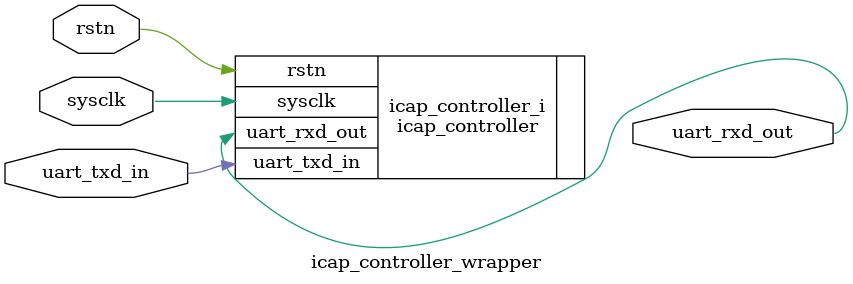
<source format=v>
`timescale 1 ps / 1 ps

module icap_controller_wrapper
   (rstn,
    sysclk,
    uart_rxd_out,
    uart_txd_in);
  input rstn;
  input sysclk;
  output uart_rxd_out;
  input uart_txd_in;

  wire rstn;
  wire sysclk;
  wire uart_rxd_out;
  wire uart_txd_in;

  icap_controller icap_controller_i
       (.rstn(rstn),
        .sysclk(sysclk),
        .uart_rxd_out(uart_rxd_out),
        .uart_txd_in(uart_txd_in));
endmodule

</source>
